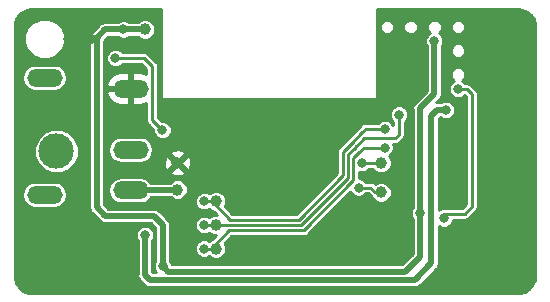
<source format=gbr>
G04 #@! TF.GenerationSoftware,KiCad,Pcbnew,5.0.1*
G04 #@! TF.CreationDate,2019-01-30T09:30:50+01:00*
G04 #@! TF.ProjectId,esp8266_rgb_strip_controller,657370383236365F736578795F737472,rev?*
G04 #@! TF.SameCoordinates,Original*
G04 #@! TF.FileFunction,Copper,L2,Bot,Signal*
G04 #@! TF.FilePolarity,Positive*
%FSLAX46Y46*%
G04 Gerber Fmt 4.6, Leading zero omitted, Abs format (unit mm)*
G04 Created by KiCad (PCBNEW 5.0.1) date Wed 30 Jan 2019 09:30:50 AM CET*
%MOMM*%
%LPD*%
G01*
G04 APERTURE LIST*
G04 #@! TA.AperFunction,ComponentPad*
%ADD10O,3.000000X1.500000*%
G04 #@! TD*
G04 #@! TA.AperFunction,ComponentPad*
%ADD11C,3.000000*%
G04 #@! TD*
G04 #@! TA.AperFunction,BGAPad,CuDef*
%ADD12C,1.000000*%
G04 #@! TD*
G04 #@! TA.AperFunction,ViaPad*
%ADD13C,0.800000*%
G04 #@! TD*
G04 #@! TA.AperFunction,Conductor*
%ADD14C,0.500000*%
G04 #@! TD*
G04 #@! TA.AperFunction,Conductor*
%ADD15C,0.250000*%
G04 #@! TD*
G04 APERTURE END LIST*
D10*
G04 #@! TO.P,J1,1*
G04 #@! TO.N,+12V*
X105300000Y-74800000D03*
G04 #@! TO.P,J1,2*
G04 #@! TO.N,GND*
X105300000Y-66200000D03*
G04 #@! TO.P,J1,3*
G04 #@! TO.N,N/C*
X105300000Y-71400000D03*
G04 #@! TO.P,J1,*
G04 #@! TO.N,*
X98000000Y-65300000D03*
X98000000Y-75200000D03*
D11*
X99000000Y-71500000D03*
G04 #@! TD*
D12*
G04 #@! TO.P,TP1,1*
G04 #@! TO.N,Net-(TP1-Pad1)*
X126500000Y-75000000D03*
G04 #@! TD*
G04 #@! TO.P,TP2,1*
G04 #@! TO.N,Net-(TP2-Pad1)*
X126500000Y-72500000D03*
G04 #@! TD*
G04 #@! TO.P,TP3,1*
G04 #@! TO.N,PWM1*
X112500000Y-77750000D03*
G04 #@! TD*
G04 #@! TO.P,TP4,1*
G04 #@! TO.N,PWM2*
X112500000Y-79750000D03*
G04 #@! TD*
G04 #@! TO.P,TP5,1*
G04 #@! TO.N,PWM0*
X112500000Y-75750000D03*
G04 #@! TD*
G04 #@! TO.P,TP6,1*
G04 #@! TO.N,+12V*
X109250000Y-74750000D03*
G04 #@! TD*
G04 #@! TO.P,TP7,1*
G04 #@! TO.N,+3V3*
X106500000Y-61200000D03*
G04 #@! TD*
G04 #@! TO.P,TP8,1*
G04 #@! TO.N,GND*
X109250000Y-72500000D03*
G04 #@! TD*
D13*
G04 #@! TO.N,+12V*
X106500000Y-78575000D03*
X132000000Y-68000000D03*
G04 #@! TO.N,GND*
X100000000Y-60000000D03*
X102000000Y-60000000D03*
X134000000Y-78500000D03*
X100000000Y-62000000D03*
X105300000Y-68100000D03*
X101000000Y-77500000D03*
X101000000Y-82500000D03*
X99000000Y-82500000D03*
X99000000Y-77500000D03*
X116000000Y-73500000D03*
X120000000Y-69500000D03*
X116000000Y-69500000D03*
X112000000Y-69500000D03*
X132000000Y-83000000D03*
X96000000Y-67000000D03*
X96000000Y-69000000D03*
X96000000Y-71000000D03*
X96000000Y-73000000D03*
X96000000Y-77000000D03*
X98000000Y-69000000D03*
X98000000Y-67000000D03*
X100000000Y-67000000D03*
X100000000Y-69000000D03*
X120000000Y-73500000D03*
X120000000Y-79500000D03*
X116000000Y-79500000D03*
X131750000Y-78500000D03*
X102000000Y-62000000D03*
X127987347Y-74487347D03*
G04 #@! TO.N,+3V3*
X108000000Y-81212500D03*
X129787500Y-76750000D03*
X131000000Y-62150000D03*
X104675000Y-61200000D03*
G04 #@! TO.N,PWM0*
X111500000Y-75750000D03*
X126800000Y-69600000D03*
G04 #@! TO.N,PWM2*
X111500000Y-79750000D03*
X126800000Y-71200000D03*
G04 #@! TO.N,PWM1*
X111500000Y-77750000D03*
X128000000Y-68400000D03*
G04 #@! TO.N,ADC*
X107975000Y-69737347D03*
X104000000Y-63600000D03*
G04 #@! TO.N,Net-(J4-Pad1)*
X133000000Y-66250000D03*
X131800000Y-77200000D03*
G04 #@! TO.N,Net-(TP1-Pad1)*
X124580858Y-74580858D03*
G04 #@! TO.N,Net-(TP2-Pad1)*
X124875020Y-72500000D03*
G04 #@! TD*
D14*
G04 #@! TO.N,+12V*
X109200000Y-74800000D02*
X109250000Y-74750000D01*
X105300000Y-74800000D02*
X109200000Y-74800000D01*
X106500000Y-78575000D02*
X106500000Y-82000000D01*
X106900020Y-82400020D02*
X129349980Y-82400020D01*
X106500000Y-82000000D02*
X106900020Y-82400020D01*
X129349980Y-82400020D02*
X130750000Y-81000000D01*
X130750000Y-68500000D02*
X131250000Y-68000000D01*
X130750000Y-81000000D02*
X130750000Y-68500000D01*
X131250000Y-68000000D02*
X132000000Y-68000000D01*
G04 #@! TO.N,+3V3*
X130949999Y-62200001D02*
X131000000Y-62150000D01*
X131000000Y-64000000D02*
X131000000Y-62150000D01*
X131000000Y-66658002D02*
X131000000Y-64000000D01*
X104675000Y-61200000D02*
X106500000Y-61200000D01*
X129787500Y-67870502D02*
X130750000Y-66908002D01*
X129787500Y-76750000D02*
X129787500Y-67870502D01*
X130400000Y-67258002D02*
X130750000Y-66908002D01*
X130750000Y-66908002D02*
X131000000Y-66658002D01*
X108487510Y-81700010D02*
X108000000Y-81212500D01*
X129787500Y-80462500D02*
X128549990Y-81700010D01*
X128549990Y-81700010D02*
X108487510Y-81700010D01*
X129787500Y-76750000D02*
X129787500Y-80462500D01*
X108000000Y-77750000D02*
X108000000Y-81212500D01*
X104675000Y-61200000D02*
X103100000Y-61200000D01*
X103100000Y-61200000D02*
X102400000Y-61900000D01*
X103150000Y-77000000D02*
X107250000Y-77000000D01*
X102400000Y-61900000D02*
X102400000Y-76250000D01*
X102400000Y-76250000D02*
X103150000Y-77000000D01*
X107250000Y-77000000D02*
X108000000Y-77750000D01*
D15*
G04 #@! TO.N,PWM0*
X113700000Y-77300000D02*
X119500000Y-77300000D01*
X124000000Y-70786388D02*
X124886388Y-69900000D01*
X112150000Y-75750000D02*
X113700000Y-77300000D01*
X111500000Y-75750000D02*
X112150000Y-75750000D01*
X119500000Y-77300000D02*
X123250000Y-73550000D01*
X123250000Y-73550000D02*
X123250000Y-71536388D01*
X123250000Y-71536388D02*
X124000000Y-70786388D01*
X125186388Y-69600000D02*
X124786388Y-70000000D01*
X126800000Y-69600000D02*
X125186388Y-69600000D01*
X124000000Y-70786388D02*
X124786388Y-70000000D01*
G04 #@! TO.N,PWM2*
X112065685Y-79750000D02*
X111500000Y-79750000D01*
X124150020Y-72099980D02*
X124150020Y-73986390D01*
X124150020Y-73986390D02*
X119936400Y-78200010D01*
X119936400Y-78200010D02*
X113615675Y-78200010D01*
X113615675Y-78200010D02*
X112065685Y-79750000D01*
X125050000Y-71200000D02*
X124650000Y-71600000D01*
X124850000Y-71400000D02*
X124650000Y-71600000D01*
X126800000Y-71200000D02*
X125050000Y-71200000D01*
X124650000Y-71600000D02*
X124150020Y-72099980D01*
G04 #@! TO.N,PWM1*
X111500000Y-77750000D02*
X119750000Y-77750000D01*
X119750000Y-77750000D02*
X123700010Y-73799990D01*
X123700010Y-73799990D02*
X123700010Y-72000000D01*
X123700010Y-72000000D02*
X123700010Y-71799990D01*
X123700010Y-71734305D02*
X123700010Y-72000000D01*
X128000000Y-68400000D02*
X128000000Y-70100000D01*
X127700000Y-70400000D02*
X126800000Y-70400000D01*
X128000000Y-70100000D02*
X127700000Y-70400000D01*
X125078596Y-70400000D02*
X124200000Y-71278596D01*
X126800000Y-70400000D02*
X125078596Y-70400000D01*
X124395950Y-71100000D02*
X124200000Y-71278596D01*
X124200000Y-71278596D02*
X123700010Y-71734305D01*
G04 #@! TO.N,ADC*
X107975000Y-69737347D02*
X107125010Y-68887357D01*
X107125010Y-64325010D02*
X106400000Y-63600000D01*
X107125010Y-68887357D02*
X107125010Y-64325010D01*
X104000000Y-63600000D02*
X106400000Y-63600000D01*
G04 #@! TO.N,Net-(J4-Pad1)*
X133750000Y-66250000D02*
X133250000Y-66250000D01*
X134175001Y-73824999D02*
X134175001Y-73500000D01*
X133000000Y-66250000D02*
X133750000Y-66250000D01*
X134000000Y-66500000D02*
X133750000Y-66250000D01*
X134175001Y-66675001D02*
X134000000Y-66500000D01*
X134175001Y-73500000D02*
X134175001Y-66675001D01*
X131800000Y-77200000D02*
X131795001Y-76795001D01*
X131795001Y-76795001D02*
X133564001Y-76795001D01*
X134175001Y-76184001D02*
X134175001Y-76000000D01*
X134175001Y-76000000D02*
X134175001Y-73500000D01*
X133564001Y-76795001D02*
X134175001Y-76184001D01*
G04 #@! TO.N,Net-(TP1-Pad1)*
X125580858Y-74580858D02*
X126000000Y-75000000D01*
X124580858Y-74580858D02*
X125580858Y-74580858D01*
G04 #@! TO.N,Net-(TP2-Pad1)*
X124875020Y-72500000D02*
X126000000Y-72500000D01*
G04 #@! TD*
G04 #@! TO.N,GND*
G36*
X96953221Y-59475000D02*
X107875000Y-59475000D01*
X107875000Y-67000000D01*
X107884515Y-67047835D01*
X107911612Y-67088388D01*
X107952165Y-67115485D01*
X108000000Y-67125000D01*
X126000000Y-67125000D01*
X126047835Y-67115485D01*
X126088388Y-67088388D01*
X126115485Y-67047835D01*
X126125000Y-67000000D01*
X126125000Y-60875680D01*
X126375000Y-60875680D01*
X126375000Y-61124320D01*
X126470151Y-61354034D01*
X126645966Y-61529849D01*
X126875680Y-61625000D01*
X127124320Y-61625000D01*
X127354034Y-61529849D01*
X127529849Y-61354034D01*
X127625000Y-61124320D01*
X127625000Y-60875680D01*
X128375000Y-60875680D01*
X128375000Y-61124320D01*
X128470151Y-61354034D01*
X128645966Y-61529849D01*
X128875680Y-61625000D01*
X129124320Y-61625000D01*
X129354034Y-61529849D01*
X129529849Y-61354034D01*
X129625000Y-61124320D01*
X129625000Y-60875680D01*
X129529849Y-60645966D01*
X129354034Y-60470151D01*
X129124320Y-60375000D01*
X128875680Y-60375000D01*
X128645966Y-60470151D01*
X128470151Y-60645966D01*
X128375000Y-60875680D01*
X127625000Y-60875680D01*
X127529849Y-60645966D01*
X127354034Y-60470151D01*
X127124320Y-60375000D01*
X126875680Y-60375000D01*
X126645966Y-60470151D01*
X126470151Y-60645966D01*
X126375000Y-60875680D01*
X126125000Y-60875680D01*
X126125000Y-59475000D01*
X138046779Y-59475000D01*
X138086851Y-59467029D01*
X138433745Y-59516708D01*
X138832621Y-59698066D01*
X139164564Y-59984087D01*
X139402887Y-60351776D01*
X139532892Y-60786480D01*
X139539766Y-60878988D01*
X139525000Y-60953222D01*
X139525001Y-82046779D01*
X139532971Y-82086848D01*
X139483292Y-82433746D01*
X139301935Y-82832620D01*
X139015912Y-83164565D01*
X138648228Y-83402886D01*
X138213520Y-83532892D01*
X138121012Y-83539766D01*
X138046779Y-83525000D01*
X96953221Y-83525000D01*
X96913149Y-83532971D01*
X96566254Y-83483292D01*
X96167380Y-83301935D01*
X95835435Y-83015912D01*
X95597114Y-82648228D01*
X95467108Y-82213520D01*
X95460234Y-82121012D01*
X95475000Y-82046779D01*
X95475000Y-75200000D01*
X96102960Y-75200000D01*
X96190273Y-75638953D01*
X96438920Y-76011080D01*
X96811047Y-76259727D01*
X97139197Y-76325000D01*
X98860803Y-76325000D01*
X99188953Y-76259727D01*
X99561080Y-76011080D01*
X99809727Y-75638953D01*
X99897040Y-75200000D01*
X99809727Y-74761047D01*
X99561080Y-74388920D01*
X99188953Y-74140273D01*
X98860803Y-74075000D01*
X97139197Y-74075000D01*
X96811047Y-74140273D01*
X96438920Y-74388920D01*
X96190273Y-74761047D01*
X96102960Y-75200000D01*
X95475000Y-75200000D01*
X95475000Y-71127039D01*
X97125000Y-71127039D01*
X97125000Y-71872961D01*
X97410452Y-72562102D01*
X97937898Y-73089548D01*
X98627039Y-73375000D01*
X99372961Y-73375000D01*
X100062102Y-73089548D01*
X100589548Y-72562102D01*
X100875000Y-71872961D01*
X100875000Y-71127039D01*
X100589548Y-70437898D01*
X100062102Y-69910452D01*
X99372961Y-69625000D01*
X98627039Y-69625000D01*
X97937898Y-69910452D01*
X97410452Y-70437898D01*
X97125000Y-71127039D01*
X95475000Y-71127039D01*
X95475000Y-65300000D01*
X96102960Y-65300000D01*
X96190273Y-65738953D01*
X96438920Y-66111080D01*
X96811047Y-66359727D01*
X97139197Y-66425000D01*
X98860803Y-66425000D01*
X99188953Y-66359727D01*
X99561080Y-66111080D01*
X99809727Y-65738953D01*
X99897040Y-65300000D01*
X99809727Y-64861047D01*
X99561080Y-64488920D01*
X99188953Y-64240273D01*
X98860803Y-64175000D01*
X97139197Y-64175000D01*
X96811047Y-64240273D01*
X96438920Y-64488920D01*
X96190273Y-64861047D01*
X96102960Y-65300000D01*
X95475000Y-65300000D01*
X95475000Y-61656876D01*
X96275000Y-61656876D01*
X96275000Y-62343124D01*
X96537615Y-62977134D01*
X97022866Y-63462385D01*
X97656876Y-63725000D01*
X98343124Y-63725000D01*
X98977134Y-63462385D01*
X99462385Y-62977134D01*
X99725000Y-62343124D01*
X99725000Y-61900000D01*
X101762756Y-61900000D01*
X101775000Y-61961555D01*
X101775001Y-76188440D01*
X101762756Y-76250000D01*
X101811263Y-76493862D01*
X101811264Y-76493863D01*
X101949401Y-76700600D01*
X102001588Y-76735470D01*
X102664529Y-77398412D01*
X102699400Y-77450600D01*
X102906137Y-77588737D01*
X103088445Y-77625000D01*
X103149999Y-77637244D01*
X103211553Y-77625000D01*
X106991118Y-77625000D01*
X107375000Y-78008883D01*
X107375001Y-80741484D01*
X107342987Y-80773498D01*
X107225000Y-81058343D01*
X107225000Y-81366657D01*
X107342987Y-81651502D01*
X107466505Y-81775020D01*
X107158903Y-81775020D01*
X107125000Y-81741118D01*
X107125000Y-79046015D01*
X107157013Y-79014002D01*
X107275000Y-78729157D01*
X107275000Y-78420843D01*
X107157013Y-78135998D01*
X106939002Y-77917987D01*
X106654157Y-77800000D01*
X106345843Y-77800000D01*
X106060998Y-77917987D01*
X105842987Y-78135998D01*
X105725000Y-78420843D01*
X105725000Y-78729157D01*
X105842987Y-79014002D01*
X105875000Y-79046015D01*
X105875001Y-81938440D01*
X105862756Y-82000000D01*
X105911263Y-82243862D01*
X105927229Y-82267756D01*
X106049401Y-82450600D01*
X106101588Y-82485470D01*
X106414549Y-82798432D01*
X106449420Y-82850620D01*
X106633841Y-82973846D01*
X106656157Y-82988757D01*
X106900020Y-83037264D01*
X106961575Y-83025020D01*
X129288425Y-83025020D01*
X129349980Y-83037264D01*
X129411535Y-83025020D01*
X129593843Y-82988757D01*
X129800580Y-82850620D01*
X129835452Y-82798430D01*
X131148413Y-81485470D01*
X131200600Y-81450600D01*
X131338737Y-81243863D01*
X131375000Y-81061555D01*
X131375000Y-81061554D01*
X131387244Y-81000001D01*
X131375000Y-80938447D01*
X131375000Y-77862813D01*
X131645843Y-77975000D01*
X131954157Y-77975000D01*
X132239002Y-77857013D01*
X132457013Y-77639002D01*
X132575000Y-77354157D01*
X132575000Y-77295001D01*
X133514760Y-77295001D01*
X133564001Y-77304796D01*
X133613242Y-77295001D01*
X133613244Y-77295001D01*
X133759091Y-77265990D01*
X133924481Y-77155481D01*
X133952377Y-77113731D01*
X134493734Y-76572375D01*
X134535481Y-76544481D01*
X134645990Y-76379091D01*
X134675001Y-76233244D01*
X134675001Y-76233243D01*
X134684796Y-76184002D01*
X134675001Y-76134761D01*
X134675001Y-66724244D01*
X134684796Y-66675001D01*
X134671962Y-66610480D01*
X134645990Y-66479911D01*
X134535481Y-66314521D01*
X134493730Y-66286624D01*
X134138377Y-65931271D01*
X134110480Y-65889520D01*
X133945090Y-65779011D01*
X133799243Y-65750000D01*
X133799241Y-65750000D01*
X133750000Y-65740205D01*
X133700759Y-65750000D01*
X133596015Y-65750000D01*
X133439002Y-65592987D01*
X133320304Y-65543821D01*
X133354034Y-65529849D01*
X133529849Y-65354034D01*
X133625000Y-65124320D01*
X133625000Y-64875680D01*
X133529849Y-64645966D01*
X133354034Y-64470151D01*
X133124320Y-64375000D01*
X132875680Y-64375000D01*
X132645966Y-64470151D01*
X132470151Y-64645966D01*
X132375000Y-64875680D01*
X132375000Y-65124320D01*
X132470151Y-65354034D01*
X132645966Y-65529849D01*
X132679696Y-65543821D01*
X132560998Y-65592987D01*
X132342987Y-65810998D01*
X132225000Y-66095843D01*
X132225000Y-66404157D01*
X132342987Y-66689002D01*
X132560998Y-66907013D01*
X132845843Y-67025000D01*
X133154157Y-67025000D01*
X133439002Y-66907013D01*
X133569455Y-66776561D01*
X133675002Y-66882108D01*
X133675001Y-73450757D01*
X133675001Y-73874241D01*
X133675002Y-73874245D01*
X133675001Y-75950757D01*
X133675001Y-75976894D01*
X133356895Y-76295001D01*
X131841128Y-76295001D01*
X131788709Y-76285245D01*
X131694453Y-76305206D01*
X131599911Y-76324012D01*
X131597246Y-76325792D01*
X131594113Y-76326456D01*
X131514688Y-76380956D01*
X131434521Y-76434521D01*
X131432740Y-76437187D01*
X131430100Y-76438998D01*
X131377588Y-76519728D01*
X131375000Y-76523601D01*
X131375000Y-68758882D01*
X131508883Y-68625000D01*
X131528985Y-68625000D01*
X131560998Y-68657013D01*
X131845843Y-68775000D01*
X132154157Y-68775000D01*
X132439002Y-68657013D01*
X132657013Y-68439002D01*
X132775000Y-68154157D01*
X132775000Y-67845843D01*
X132657013Y-67560998D01*
X132439002Y-67342987D01*
X132154157Y-67225000D01*
X131845843Y-67225000D01*
X131560998Y-67342987D01*
X131528985Y-67375000D01*
X131311555Y-67375000D01*
X131250000Y-67362756D01*
X131188445Y-67375000D01*
X131161533Y-67380353D01*
X131235468Y-67306418D01*
X131235472Y-67306413D01*
X131398412Y-67143473D01*
X131450600Y-67108602D01*
X131588737Y-66901865D01*
X131625000Y-66719557D01*
X131625000Y-66719556D01*
X131637244Y-66658003D01*
X131625000Y-66596449D01*
X131625000Y-62875680D01*
X132375000Y-62875680D01*
X132375000Y-63124320D01*
X132470151Y-63354034D01*
X132645966Y-63529849D01*
X132875680Y-63625000D01*
X133124320Y-63625000D01*
X133354034Y-63529849D01*
X133529849Y-63354034D01*
X133625000Y-63124320D01*
X133625000Y-62875680D01*
X133529849Y-62645966D01*
X133354034Y-62470151D01*
X133124320Y-62375000D01*
X132875680Y-62375000D01*
X132645966Y-62470151D01*
X132470151Y-62645966D01*
X132375000Y-62875680D01*
X131625000Y-62875680D01*
X131625000Y-62621015D01*
X131657013Y-62589002D01*
X131775000Y-62304157D01*
X131775000Y-61995843D01*
X131657013Y-61710998D01*
X131439002Y-61492987D01*
X131404986Y-61478897D01*
X131529849Y-61354034D01*
X131625000Y-61124320D01*
X131625000Y-60875680D01*
X132375000Y-60875680D01*
X132375000Y-61124320D01*
X132470151Y-61354034D01*
X132645966Y-61529849D01*
X132875680Y-61625000D01*
X133124320Y-61625000D01*
X133354034Y-61529849D01*
X133529849Y-61354034D01*
X133625000Y-61124320D01*
X133625000Y-60875680D01*
X133529849Y-60645966D01*
X133354034Y-60470151D01*
X133124320Y-60375000D01*
X132875680Y-60375000D01*
X132645966Y-60470151D01*
X132470151Y-60645966D01*
X132375000Y-60875680D01*
X131625000Y-60875680D01*
X131529849Y-60645966D01*
X131354034Y-60470151D01*
X131124320Y-60375000D01*
X130875680Y-60375000D01*
X130645966Y-60470151D01*
X130470151Y-60645966D01*
X130375000Y-60875680D01*
X130375000Y-61124320D01*
X130470151Y-61354034D01*
X130595014Y-61478897D01*
X130560998Y-61492987D01*
X130342987Y-61710998D01*
X130225000Y-61995843D01*
X130225000Y-62304157D01*
X130342987Y-62589002D01*
X130375001Y-62621016D01*
X130375000Y-64061554D01*
X130375001Y-64061559D01*
X130375000Y-66399120D01*
X130351589Y-66422530D01*
X130351584Y-66422534D01*
X129389088Y-67385032D01*
X129336901Y-67419902D01*
X129250373Y-67549401D01*
X129198763Y-67626640D01*
X129150256Y-67870502D01*
X129162501Y-67932062D01*
X129162500Y-76278985D01*
X129130487Y-76310998D01*
X129012500Y-76595843D01*
X129012500Y-76904157D01*
X129130487Y-77189002D01*
X129162500Y-77221015D01*
X129162501Y-80203615D01*
X128291108Y-81075010D01*
X108775000Y-81075010D01*
X108775000Y-81058343D01*
X108657013Y-80773498D01*
X108625000Y-80741485D01*
X108625000Y-77811553D01*
X108637244Y-77749999D01*
X108624986Y-77688373D01*
X108588737Y-77506137D01*
X108450600Y-77299400D01*
X108398413Y-77264530D01*
X107735472Y-76601590D01*
X107700600Y-76549400D01*
X107493863Y-76411263D01*
X107311555Y-76375000D01*
X107250000Y-76362756D01*
X107188445Y-76375000D01*
X103408883Y-76375000D01*
X103025000Y-75991118D01*
X103025000Y-74800000D01*
X103402960Y-74800000D01*
X103490273Y-75238953D01*
X103738920Y-75611080D01*
X104111047Y-75859727D01*
X104439197Y-75925000D01*
X106160803Y-75925000D01*
X106488953Y-75859727D01*
X106861080Y-75611080D01*
X106985415Y-75425000D01*
X108687563Y-75425000D01*
X108754352Y-75491789D01*
X109075952Y-75625000D01*
X109424048Y-75625000D01*
X109494439Y-75595843D01*
X110725000Y-75595843D01*
X110725000Y-75904157D01*
X110842987Y-76189002D01*
X111060998Y-76407013D01*
X111345843Y-76525000D01*
X111654157Y-76525000D01*
X111925266Y-76412703D01*
X112004352Y-76491789D01*
X112312196Y-76619302D01*
X112567894Y-76875000D01*
X112325952Y-76875000D01*
X112004352Y-77008211D01*
X111925266Y-77087297D01*
X111654157Y-76975000D01*
X111345843Y-76975000D01*
X111060998Y-77092987D01*
X110842987Y-77310998D01*
X110725000Y-77595843D01*
X110725000Y-77904157D01*
X110842987Y-78189002D01*
X111060998Y-78407013D01*
X111345843Y-78525000D01*
X111654157Y-78525000D01*
X111925266Y-78412703D01*
X112004352Y-78491789D01*
X112325952Y-78625000D01*
X112483579Y-78625000D01*
X112168261Y-78940318D01*
X112004352Y-79008211D01*
X111925266Y-79087297D01*
X111654157Y-78975000D01*
X111345843Y-78975000D01*
X111060998Y-79092987D01*
X110842987Y-79310998D01*
X110725000Y-79595843D01*
X110725000Y-79904157D01*
X110842987Y-80189002D01*
X111060998Y-80407013D01*
X111345843Y-80525000D01*
X111654157Y-80525000D01*
X111925266Y-80412703D01*
X112004352Y-80491789D01*
X112325952Y-80625000D01*
X112674048Y-80625000D01*
X112995648Y-80491789D01*
X113241789Y-80245648D01*
X113375000Y-79924048D01*
X113375000Y-79575952D01*
X113249595Y-79273197D01*
X113822782Y-78700010D01*
X119887159Y-78700010D01*
X119936400Y-78709805D01*
X119985641Y-78700010D01*
X119985643Y-78700010D01*
X120131490Y-78670999D01*
X120296880Y-78560490D01*
X120324777Y-78518739D01*
X123894501Y-74949016D01*
X123923845Y-75019860D01*
X124141856Y-75237871D01*
X124426701Y-75355858D01*
X124735015Y-75355858D01*
X125019860Y-75237871D01*
X125176873Y-75080858D01*
X125373752Y-75080858D01*
X125681266Y-75388373D01*
X125726217Y-75418408D01*
X125758211Y-75495648D01*
X126004352Y-75741789D01*
X126325952Y-75875000D01*
X126674048Y-75875000D01*
X126995648Y-75741789D01*
X127241789Y-75495648D01*
X127375000Y-75174048D01*
X127375000Y-74825952D01*
X127241789Y-74504352D01*
X126995648Y-74258211D01*
X126674048Y-74125000D01*
X126325952Y-74125000D01*
X126004352Y-74258211D01*
X125984835Y-74277728D01*
X125969234Y-74262128D01*
X125941338Y-74220378D01*
X125775948Y-74109869D01*
X125630101Y-74080858D01*
X125630099Y-74080858D01*
X125580858Y-74071063D01*
X125531617Y-74080858D01*
X125176873Y-74080858D01*
X125019860Y-73923845D01*
X124735015Y-73805858D01*
X124650020Y-73805858D01*
X124650020Y-73245656D01*
X124720863Y-73275000D01*
X125029177Y-73275000D01*
X125314022Y-73157013D01*
X125471035Y-73000000D01*
X125762563Y-73000000D01*
X126004352Y-73241789D01*
X126325952Y-73375000D01*
X126674048Y-73375000D01*
X126995648Y-73241789D01*
X127241789Y-72995648D01*
X127375000Y-72674048D01*
X127375000Y-72325952D01*
X127241789Y-72004352D01*
X127136788Y-71899351D01*
X127239002Y-71857013D01*
X127457013Y-71639002D01*
X127575000Y-71354157D01*
X127575000Y-71045843D01*
X127514590Y-70900000D01*
X127650759Y-70900000D01*
X127700000Y-70909795D01*
X127749241Y-70900000D01*
X127749243Y-70900000D01*
X127895090Y-70870989D01*
X128060480Y-70760480D01*
X128088377Y-70718729D01*
X128318729Y-70488377D01*
X128360480Y-70460480D01*
X128470989Y-70295090D01*
X128500000Y-70149243D01*
X128500000Y-70149242D01*
X128509795Y-70100001D01*
X128500000Y-70050759D01*
X128500000Y-68996015D01*
X128657013Y-68839002D01*
X128775000Y-68554157D01*
X128775000Y-68245843D01*
X128657013Y-67960998D01*
X128439002Y-67742987D01*
X128154157Y-67625000D01*
X127845843Y-67625000D01*
X127560998Y-67742987D01*
X127342987Y-67960998D01*
X127225000Y-68245843D01*
X127225000Y-68554157D01*
X127342987Y-68839002D01*
X127500000Y-68996015D01*
X127500001Y-69264779D01*
X127457013Y-69160998D01*
X127239002Y-68942987D01*
X126954157Y-68825000D01*
X126645843Y-68825000D01*
X126360998Y-68942987D01*
X126203985Y-69100000D01*
X125235628Y-69100000D01*
X125186387Y-69090205D01*
X125137146Y-69100000D01*
X125137145Y-69100000D01*
X124991298Y-69129011D01*
X124825908Y-69239520D01*
X124798013Y-69281268D01*
X124567656Y-69511626D01*
X124567654Y-69511627D01*
X124467654Y-69611627D01*
X124008293Y-70070989D01*
X123681269Y-70398013D01*
X123681266Y-70398015D01*
X122931268Y-71148014D01*
X122889521Y-71175908D01*
X122820908Y-71278596D01*
X122779012Y-71341298D01*
X122740205Y-71536388D01*
X122750001Y-71585634D01*
X122750000Y-73342893D01*
X119292894Y-76800000D01*
X113907107Y-76800000D01*
X113274290Y-76167184D01*
X113375000Y-75924048D01*
X113375000Y-75575952D01*
X113241789Y-75254352D01*
X112995648Y-75008211D01*
X112674048Y-74875000D01*
X112325952Y-74875000D01*
X112004352Y-75008211D01*
X111925266Y-75087297D01*
X111654157Y-74975000D01*
X111345843Y-74975000D01*
X111060998Y-75092987D01*
X110842987Y-75310998D01*
X110725000Y-75595843D01*
X109494439Y-75595843D01*
X109745648Y-75491789D01*
X109991789Y-75245648D01*
X110125000Y-74924048D01*
X110125000Y-74575952D01*
X109991789Y-74254352D01*
X109745648Y-74008211D01*
X109424048Y-73875000D01*
X109075952Y-73875000D01*
X108754352Y-74008211D01*
X108587563Y-74175000D01*
X106985415Y-74175000D01*
X106861080Y-73988920D01*
X106488953Y-73740273D01*
X106160803Y-73675000D01*
X104439197Y-73675000D01*
X104111047Y-73740273D01*
X103738920Y-73988920D01*
X103490273Y-74361047D01*
X103402960Y-74800000D01*
X103025000Y-74800000D01*
X103025000Y-73290238D01*
X108642195Y-73290238D01*
X108679602Y-73504553D01*
X109107447Y-73646368D01*
X109556994Y-73613659D01*
X109820398Y-73504553D01*
X109857805Y-73290238D01*
X109250000Y-72682434D01*
X108642195Y-73290238D01*
X103025000Y-73290238D01*
X103025000Y-71400000D01*
X103402960Y-71400000D01*
X103490273Y-71838953D01*
X103738920Y-72211080D01*
X104111047Y-72459727D01*
X104439197Y-72525000D01*
X106160803Y-72525000D01*
X106488953Y-72459727D01*
X106642026Y-72357447D01*
X108103632Y-72357447D01*
X108136341Y-72806994D01*
X108245447Y-73070398D01*
X108459762Y-73107805D01*
X109067566Y-72500000D01*
X109432434Y-72500000D01*
X110040238Y-73107805D01*
X110254553Y-73070398D01*
X110396368Y-72642553D01*
X110363659Y-72193006D01*
X110254553Y-71929602D01*
X110040238Y-71892195D01*
X109432434Y-72500000D01*
X109067566Y-72500000D01*
X108459762Y-71892195D01*
X108245447Y-71929602D01*
X108103632Y-72357447D01*
X106642026Y-72357447D01*
X106861080Y-72211080D01*
X107109727Y-71838953D01*
X107135424Y-71709762D01*
X108642195Y-71709762D01*
X109250000Y-72317566D01*
X109857805Y-71709762D01*
X109820398Y-71495447D01*
X109392553Y-71353632D01*
X108943006Y-71386341D01*
X108679602Y-71495447D01*
X108642195Y-71709762D01*
X107135424Y-71709762D01*
X107197040Y-71400000D01*
X107109727Y-70961047D01*
X106861080Y-70588920D01*
X106488953Y-70340273D01*
X106160803Y-70275000D01*
X104439197Y-70275000D01*
X104111047Y-70340273D01*
X103738920Y-70588920D01*
X103490273Y-70961047D01*
X103402960Y-71400000D01*
X103025000Y-71400000D01*
X103025000Y-66542818D01*
X103210162Y-66542818D01*
X103222908Y-66610071D01*
X103480854Y-67086712D01*
X103901568Y-67428359D01*
X104421000Y-67583000D01*
X105171000Y-67583000D01*
X105171000Y-66329000D01*
X103332063Y-66329000D01*
X103210162Y-66542818D01*
X103025000Y-66542818D01*
X103025000Y-65857182D01*
X103210162Y-65857182D01*
X103332063Y-66071000D01*
X105171000Y-66071000D01*
X105171000Y-64817000D01*
X104421000Y-64817000D01*
X103901568Y-64971641D01*
X103480854Y-65313288D01*
X103222908Y-65789929D01*
X103210162Y-65857182D01*
X103025000Y-65857182D01*
X103025000Y-63445843D01*
X103225000Y-63445843D01*
X103225000Y-63754157D01*
X103342987Y-64039002D01*
X103560998Y-64257013D01*
X103845843Y-64375000D01*
X104154157Y-64375000D01*
X104439002Y-64257013D01*
X104596015Y-64100000D01*
X106192894Y-64100000D01*
X106625011Y-64532118D01*
X106625011Y-64949783D01*
X106179000Y-64817000D01*
X105429000Y-64817000D01*
X105429000Y-66071000D01*
X105449000Y-66071000D01*
X105449000Y-66329000D01*
X105429000Y-66329000D01*
X105429000Y-67583000D01*
X106179000Y-67583000D01*
X106625010Y-67450217D01*
X106625010Y-68838116D01*
X106615215Y-68887357D01*
X106625010Y-68936598D01*
X106625010Y-68936599D01*
X106654021Y-69082446D01*
X106764530Y-69247837D01*
X106806280Y-69275733D01*
X107200000Y-69669454D01*
X107200000Y-69891504D01*
X107317987Y-70176349D01*
X107535998Y-70394360D01*
X107820843Y-70512347D01*
X108129157Y-70512347D01*
X108414002Y-70394360D01*
X108632013Y-70176349D01*
X108750000Y-69891504D01*
X108750000Y-69583190D01*
X108632013Y-69298345D01*
X108414002Y-69080334D01*
X108129157Y-68962347D01*
X107907107Y-68962347D01*
X107625010Y-68680251D01*
X107625010Y-64374251D01*
X107634805Y-64325010D01*
X107625010Y-64275767D01*
X107595999Y-64129920D01*
X107485490Y-63964530D01*
X107443742Y-63936635D01*
X106788376Y-63281270D01*
X106760480Y-63239520D01*
X106595090Y-63129011D01*
X106449243Y-63100000D01*
X106449241Y-63100000D01*
X106400000Y-63090205D01*
X106350759Y-63100000D01*
X104596015Y-63100000D01*
X104439002Y-62942987D01*
X104154157Y-62825000D01*
X103845843Y-62825000D01*
X103560998Y-62942987D01*
X103342987Y-63160998D01*
X103225000Y-63445843D01*
X103025000Y-63445843D01*
X103025000Y-62158883D01*
X103358883Y-61825000D01*
X104203985Y-61825000D01*
X104235998Y-61857013D01*
X104520843Y-61975000D01*
X104829157Y-61975000D01*
X105114002Y-61857013D01*
X105146015Y-61825000D01*
X105887563Y-61825000D01*
X106004352Y-61941789D01*
X106325952Y-62075000D01*
X106674048Y-62075000D01*
X106995648Y-61941789D01*
X107241789Y-61695648D01*
X107375000Y-61374048D01*
X107375000Y-61025952D01*
X107241789Y-60704352D01*
X106995648Y-60458211D01*
X106674048Y-60325000D01*
X106325952Y-60325000D01*
X106004352Y-60458211D01*
X105887563Y-60575000D01*
X105146015Y-60575000D01*
X105114002Y-60542987D01*
X104829157Y-60425000D01*
X104520843Y-60425000D01*
X104235998Y-60542987D01*
X104203985Y-60575000D01*
X103161553Y-60575000D01*
X103099999Y-60562756D01*
X103038445Y-60575000D01*
X102856137Y-60611263D01*
X102649400Y-60749400D01*
X102614531Y-60801585D01*
X102001590Y-61414528D01*
X101949400Y-61449400D01*
X101849831Y-61598417D01*
X101811263Y-61656138D01*
X101762756Y-61900000D01*
X99725000Y-61900000D01*
X99725000Y-61656876D01*
X99462385Y-61022866D01*
X98977134Y-60537615D01*
X98343124Y-60275000D01*
X97656876Y-60275000D01*
X97022866Y-60537615D01*
X96537615Y-61022866D01*
X96275000Y-61656876D01*
X95475000Y-61656876D01*
X95475000Y-60953221D01*
X95467029Y-60913149D01*
X95516708Y-60566255D01*
X95698066Y-60167379D01*
X95984087Y-59835436D01*
X96351776Y-59597113D01*
X96786480Y-59467108D01*
X96878988Y-59460234D01*
X96953221Y-59475000D01*
X96953221Y-59475000D01*
G37*
X96953221Y-59475000D02*
X107875000Y-59475000D01*
X107875000Y-67000000D01*
X107884515Y-67047835D01*
X107911612Y-67088388D01*
X107952165Y-67115485D01*
X108000000Y-67125000D01*
X126000000Y-67125000D01*
X126047835Y-67115485D01*
X126088388Y-67088388D01*
X126115485Y-67047835D01*
X126125000Y-67000000D01*
X126125000Y-60875680D01*
X126375000Y-60875680D01*
X126375000Y-61124320D01*
X126470151Y-61354034D01*
X126645966Y-61529849D01*
X126875680Y-61625000D01*
X127124320Y-61625000D01*
X127354034Y-61529849D01*
X127529849Y-61354034D01*
X127625000Y-61124320D01*
X127625000Y-60875680D01*
X128375000Y-60875680D01*
X128375000Y-61124320D01*
X128470151Y-61354034D01*
X128645966Y-61529849D01*
X128875680Y-61625000D01*
X129124320Y-61625000D01*
X129354034Y-61529849D01*
X129529849Y-61354034D01*
X129625000Y-61124320D01*
X129625000Y-60875680D01*
X129529849Y-60645966D01*
X129354034Y-60470151D01*
X129124320Y-60375000D01*
X128875680Y-60375000D01*
X128645966Y-60470151D01*
X128470151Y-60645966D01*
X128375000Y-60875680D01*
X127625000Y-60875680D01*
X127529849Y-60645966D01*
X127354034Y-60470151D01*
X127124320Y-60375000D01*
X126875680Y-60375000D01*
X126645966Y-60470151D01*
X126470151Y-60645966D01*
X126375000Y-60875680D01*
X126125000Y-60875680D01*
X126125000Y-59475000D01*
X138046779Y-59475000D01*
X138086851Y-59467029D01*
X138433745Y-59516708D01*
X138832621Y-59698066D01*
X139164564Y-59984087D01*
X139402887Y-60351776D01*
X139532892Y-60786480D01*
X139539766Y-60878988D01*
X139525000Y-60953222D01*
X139525001Y-82046779D01*
X139532971Y-82086848D01*
X139483292Y-82433746D01*
X139301935Y-82832620D01*
X139015912Y-83164565D01*
X138648228Y-83402886D01*
X138213520Y-83532892D01*
X138121012Y-83539766D01*
X138046779Y-83525000D01*
X96953221Y-83525000D01*
X96913149Y-83532971D01*
X96566254Y-83483292D01*
X96167380Y-83301935D01*
X95835435Y-83015912D01*
X95597114Y-82648228D01*
X95467108Y-82213520D01*
X95460234Y-82121012D01*
X95475000Y-82046779D01*
X95475000Y-75200000D01*
X96102960Y-75200000D01*
X96190273Y-75638953D01*
X96438920Y-76011080D01*
X96811047Y-76259727D01*
X97139197Y-76325000D01*
X98860803Y-76325000D01*
X99188953Y-76259727D01*
X99561080Y-76011080D01*
X99809727Y-75638953D01*
X99897040Y-75200000D01*
X99809727Y-74761047D01*
X99561080Y-74388920D01*
X99188953Y-74140273D01*
X98860803Y-74075000D01*
X97139197Y-74075000D01*
X96811047Y-74140273D01*
X96438920Y-74388920D01*
X96190273Y-74761047D01*
X96102960Y-75200000D01*
X95475000Y-75200000D01*
X95475000Y-71127039D01*
X97125000Y-71127039D01*
X97125000Y-71872961D01*
X97410452Y-72562102D01*
X97937898Y-73089548D01*
X98627039Y-73375000D01*
X99372961Y-73375000D01*
X100062102Y-73089548D01*
X100589548Y-72562102D01*
X100875000Y-71872961D01*
X100875000Y-71127039D01*
X100589548Y-70437898D01*
X100062102Y-69910452D01*
X99372961Y-69625000D01*
X98627039Y-69625000D01*
X97937898Y-69910452D01*
X97410452Y-70437898D01*
X97125000Y-71127039D01*
X95475000Y-71127039D01*
X95475000Y-65300000D01*
X96102960Y-65300000D01*
X96190273Y-65738953D01*
X96438920Y-66111080D01*
X96811047Y-66359727D01*
X97139197Y-66425000D01*
X98860803Y-66425000D01*
X99188953Y-66359727D01*
X99561080Y-66111080D01*
X99809727Y-65738953D01*
X99897040Y-65300000D01*
X99809727Y-64861047D01*
X99561080Y-64488920D01*
X99188953Y-64240273D01*
X98860803Y-64175000D01*
X97139197Y-64175000D01*
X96811047Y-64240273D01*
X96438920Y-64488920D01*
X96190273Y-64861047D01*
X96102960Y-65300000D01*
X95475000Y-65300000D01*
X95475000Y-61656876D01*
X96275000Y-61656876D01*
X96275000Y-62343124D01*
X96537615Y-62977134D01*
X97022866Y-63462385D01*
X97656876Y-63725000D01*
X98343124Y-63725000D01*
X98977134Y-63462385D01*
X99462385Y-62977134D01*
X99725000Y-62343124D01*
X99725000Y-61900000D01*
X101762756Y-61900000D01*
X101775000Y-61961555D01*
X101775001Y-76188440D01*
X101762756Y-76250000D01*
X101811263Y-76493862D01*
X101811264Y-76493863D01*
X101949401Y-76700600D01*
X102001588Y-76735470D01*
X102664529Y-77398412D01*
X102699400Y-77450600D01*
X102906137Y-77588737D01*
X103088445Y-77625000D01*
X103149999Y-77637244D01*
X103211553Y-77625000D01*
X106991118Y-77625000D01*
X107375000Y-78008883D01*
X107375001Y-80741484D01*
X107342987Y-80773498D01*
X107225000Y-81058343D01*
X107225000Y-81366657D01*
X107342987Y-81651502D01*
X107466505Y-81775020D01*
X107158903Y-81775020D01*
X107125000Y-81741118D01*
X107125000Y-79046015D01*
X107157013Y-79014002D01*
X107275000Y-78729157D01*
X107275000Y-78420843D01*
X107157013Y-78135998D01*
X106939002Y-77917987D01*
X106654157Y-77800000D01*
X106345843Y-77800000D01*
X106060998Y-77917987D01*
X105842987Y-78135998D01*
X105725000Y-78420843D01*
X105725000Y-78729157D01*
X105842987Y-79014002D01*
X105875000Y-79046015D01*
X105875001Y-81938440D01*
X105862756Y-82000000D01*
X105911263Y-82243862D01*
X105927229Y-82267756D01*
X106049401Y-82450600D01*
X106101588Y-82485470D01*
X106414549Y-82798432D01*
X106449420Y-82850620D01*
X106633841Y-82973846D01*
X106656157Y-82988757D01*
X106900020Y-83037264D01*
X106961575Y-83025020D01*
X129288425Y-83025020D01*
X129349980Y-83037264D01*
X129411535Y-83025020D01*
X129593843Y-82988757D01*
X129800580Y-82850620D01*
X129835452Y-82798430D01*
X131148413Y-81485470D01*
X131200600Y-81450600D01*
X131338737Y-81243863D01*
X131375000Y-81061555D01*
X131375000Y-81061554D01*
X131387244Y-81000001D01*
X131375000Y-80938447D01*
X131375000Y-77862813D01*
X131645843Y-77975000D01*
X131954157Y-77975000D01*
X132239002Y-77857013D01*
X132457013Y-77639002D01*
X132575000Y-77354157D01*
X132575000Y-77295001D01*
X133514760Y-77295001D01*
X133564001Y-77304796D01*
X133613242Y-77295001D01*
X133613244Y-77295001D01*
X133759091Y-77265990D01*
X133924481Y-77155481D01*
X133952377Y-77113731D01*
X134493734Y-76572375D01*
X134535481Y-76544481D01*
X134645990Y-76379091D01*
X134675001Y-76233244D01*
X134675001Y-76233243D01*
X134684796Y-76184002D01*
X134675001Y-76134761D01*
X134675001Y-66724244D01*
X134684796Y-66675001D01*
X134671962Y-66610480D01*
X134645990Y-66479911D01*
X134535481Y-66314521D01*
X134493730Y-66286624D01*
X134138377Y-65931271D01*
X134110480Y-65889520D01*
X133945090Y-65779011D01*
X133799243Y-65750000D01*
X133799241Y-65750000D01*
X133750000Y-65740205D01*
X133700759Y-65750000D01*
X133596015Y-65750000D01*
X133439002Y-65592987D01*
X133320304Y-65543821D01*
X133354034Y-65529849D01*
X133529849Y-65354034D01*
X133625000Y-65124320D01*
X133625000Y-64875680D01*
X133529849Y-64645966D01*
X133354034Y-64470151D01*
X133124320Y-64375000D01*
X132875680Y-64375000D01*
X132645966Y-64470151D01*
X132470151Y-64645966D01*
X132375000Y-64875680D01*
X132375000Y-65124320D01*
X132470151Y-65354034D01*
X132645966Y-65529849D01*
X132679696Y-65543821D01*
X132560998Y-65592987D01*
X132342987Y-65810998D01*
X132225000Y-66095843D01*
X132225000Y-66404157D01*
X132342987Y-66689002D01*
X132560998Y-66907013D01*
X132845843Y-67025000D01*
X133154157Y-67025000D01*
X133439002Y-66907013D01*
X133569455Y-66776561D01*
X133675002Y-66882108D01*
X133675001Y-73450757D01*
X133675001Y-73874241D01*
X133675002Y-73874245D01*
X133675001Y-75950757D01*
X133675001Y-75976894D01*
X133356895Y-76295001D01*
X131841128Y-76295001D01*
X131788709Y-76285245D01*
X131694453Y-76305206D01*
X131599911Y-76324012D01*
X131597246Y-76325792D01*
X131594113Y-76326456D01*
X131514688Y-76380956D01*
X131434521Y-76434521D01*
X131432740Y-76437187D01*
X131430100Y-76438998D01*
X131377588Y-76519728D01*
X131375000Y-76523601D01*
X131375000Y-68758882D01*
X131508883Y-68625000D01*
X131528985Y-68625000D01*
X131560998Y-68657013D01*
X131845843Y-68775000D01*
X132154157Y-68775000D01*
X132439002Y-68657013D01*
X132657013Y-68439002D01*
X132775000Y-68154157D01*
X132775000Y-67845843D01*
X132657013Y-67560998D01*
X132439002Y-67342987D01*
X132154157Y-67225000D01*
X131845843Y-67225000D01*
X131560998Y-67342987D01*
X131528985Y-67375000D01*
X131311555Y-67375000D01*
X131250000Y-67362756D01*
X131188445Y-67375000D01*
X131161533Y-67380353D01*
X131235468Y-67306418D01*
X131235472Y-67306413D01*
X131398412Y-67143473D01*
X131450600Y-67108602D01*
X131588737Y-66901865D01*
X131625000Y-66719557D01*
X131625000Y-66719556D01*
X131637244Y-66658003D01*
X131625000Y-66596449D01*
X131625000Y-62875680D01*
X132375000Y-62875680D01*
X132375000Y-63124320D01*
X132470151Y-63354034D01*
X132645966Y-63529849D01*
X132875680Y-63625000D01*
X133124320Y-63625000D01*
X133354034Y-63529849D01*
X133529849Y-63354034D01*
X133625000Y-63124320D01*
X133625000Y-62875680D01*
X133529849Y-62645966D01*
X133354034Y-62470151D01*
X133124320Y-62375000D01*
X132875680Y-62375000D01*
X132645966Y-62470151D01*
X132470151Y-62645966D01*
X132375000Y-62875680D01*
X131625000Y-62875680D01*
X131625000Y-62621015D01*
X131657013Y-62589002D01*
X131775000Y-62304157D01*
X131775000Y-61995843D01*
X131657013Y-61710998D01*
X131439002Y-61492987D01*
X131404986Y-61478897D01*
X131529849Y-61354034D01*
X131625000Y-61124320D01*
X131625000Y-60875680D01*
X132375000Y-60875680D01*
X132375000Y-61124320D01*
X132470151Y-61354034D01*
X132645966Y-61529849D01*
X132875680Y-61625000D01*
X133124320Y-61625000D01*
X133354034Y-61529849D01*
X133529849Y-61354034D01*
X133625000Y-61124320D01*
X133625000Y-60875680D01*
X133529849Y-60645966D01*
X133354034Y-60470151D01*
X133124320Y-60375000D01*
X132875680Y-60375000D01*
X132645966Y-60470151D01*
X132470151Y-60645966D01*
X132375000Y-60875680D01*
X131625000Y-60875680D01*
X131529849Y-60645966D01*
X131354034Y-60470151D01*
X131124320Y-60375000D01*
X130875680Y-60375000D01*
X130645966Y-60470151D01*
X130470151Y-60645966D01*
X130375000Y-60875680D01*
X130375000Y-61124320D01*
X130470151Y-61354034D01*
X130595014Y-61478897D01*
X130560998Y-61492987D01*
X130342987Y-61710998D01*
X130225000Y-61995843D01*
X130225000Y-62304157D01*
X130342987Y-62589002D01*
X130375001Y-62621016D01*
X130375000Y-64061554D01*
X130375001Y-64061559D01*
X130375000Y-66399120D01*
X130351589Y-66422530D01*
X130351584Y-66422534D01*
X129389088Y-67385032D01*
X129336901Y-67419902D01*
X129250373Y-67549401D01*
X129198763Y-67626640D01*
X129150256Y-67870502D01*
X129162501Y-67932062D01*
X129162500Y-76278985D01*
X129130487Y-76310998D01*
X129012500Y-76595843D01*
X129012500Y-76904157D01*
X129130487Y-77189002D01*
X129162500Y-77221015D01*
X129162501Y-80203615D01*
X128291108Y-81075010D01*
X108775000Y-81075010D01*
X108775000Y-81058343D01*
X108657013Y-80773498D01*
X108625000Y-80741485D01*
X108625000Y-77811553D01*
X108637244Y-77749999D01*
X108624986Y-77688373D01*
X108588737Y-77506137D01*
X108450600Y-77299400D01*
X108398413Y-77264530D01*
X107735472Y-76601590D01*
X107700600Y-76549400D01*
X107493863Y-76411263D01*
X107311555Y-76375000D01*
X107250000Y-76362756D01*
X107188445Y-76375000D01*
X103408883Y-76375000D01*
X103025000Y-75991118D01*
X103025000Y-74800000D01*
X103402960Y-74800000D01*
X103490273Y-75238953D01*
X103738920Y-75611080D01*
X104111047Y-75859727D01*
X104439197Y-75925000D01*
X106160803Y-75925000D01*
X106488953Y-75859727D01*
X106861080Y-75611080D01*
X106985415Y-75425000D01*
X108687563Y-75425000D01*
X108754352Y-75491789D01*
X109075952Y-75625000D01*
X109424048Y-75625000D01*
X109494439Y-75595843D01*
X110725000Y-75595843D01*
X110725000Y-75904157D01*
X110842987Y-76189002D01*
X111060998Y-76407013D01*
X111345843Y-76525000D01*
X111654157Y-76525000D01*
X111925266Y-76412703D01*
X112004352Y-76491789D01*
X112312196Y-76619302D01*
X112567894Y-76875000D01*
X112325952Y-76875000D01*
X112004352Y-77008211D01*
X111925266Y-77087297D01*
X111654157Y-76975000D01*
X111345843Y-76975000D01*
X111060998Y-77092987D01*
X110842987Y-77310998D01*
X110725000Y-77595843D01*
X110725000Y-77904157D01*
X110842987Y-78189002D01*
X111060998Y-78407013D01*
X111345843Y-78525000D01*
X111654157Y-78525000D01*
X111925266Y-78412703D01*
X112004352Y-78491789D01*
X112325952Y-78625000D01*
X112483579Y-78625000D01*
X112168261Y-78940318D01*
X112004352Y-79008211D01*
X111925266Y-79087297D01*
X111654157Y-78975000D01*
X111345843Y-78975000D01*
X111060998Y-79092987D01*
X110842987Y-79310998D01*
X110725000Y-79595843D01*
X110725000Y-79904157D01*
X110842987Y-80189002D01*
X111060998Y-80407013D01*
X111345843Y-80525000D01*
X111654157Y-80525000D01*
X111925266Y-80412703D01*
X112004352Y-80491789D01*
X112325952Y-80625000D01*
X112674048Y-80625000D01*
X112995648Y-80491789D01*
X113241789Y-80245648D01*
X113375000Y-79924048D01*
X113375000Y-79575952D01*
X113249595Y-79273197D01*
X113822782Y-78700010D01*
X119887159Y-78700010D01*
X119936400Y-78709805D01*
X119985641Y-78700010D01*
X119985643Y-78700010D01*
X120131490Y-78670999D01*
X120296880Y-78560490D01*
X120324777Y-78518739D01*
X123894501Y-74949016D01*
X123923845Y-75019860D01*
X124141856Y-75237871D01*
X124426701Y-75355858D01*
X124735015Y-75355858D01*
X125019860Y-75237871D01*
X125176873Y-75080858D01*
X125373752Y-75080858D01*
X125681266Y-75388373D01*
X125726217Y-75418408D01*
X125758211Y-75495648D01*
X126004352Y-75741789D01*
X126325952Y-75875000D01*
X126674048Y-75875000D01*
X126995648Y-75741789D01*
X127241789Y-75495648D01*
X127375000Y-75174048D01*
X127375000Y-74825952D01*
X127241789Y-74504352D01*
X126995648Y-74258211D01*
X126674048Y-74125000D01*
X126325952Y-74125000D01*
X126004352Y-74258211D01*
X125984835Y-74277728D01*
X125969234Y-74262128D01*
X125941338Y-74220378D01*
X125775948Y-74109869D01*
X125630101Y-74080858D01*
X125630099Y-74080858D01*
X125580858Y-74071063D01*
X125531617Y-74080858D01*
X125176873Y-74080858D01*
X125019860Y-73923845D01*
X124735015Y-73805858D01*
X124650020Y-73805858D01*
X124650020Y-73245656D01*
X124720863Y-73275000D01*
X125029177Y-73275000D01*
X125314022Y-73157013D01*
X125471035Y-73000000D01*
X125762563Y-73000000D01*
X126004352Y-73241789D01*
X126325952Y-73375000D01*
X126674048Y-73375000D01*
X126995648Y-73241789D01*
X127241789Y-72995648D01*
X127375000Y-72674048D01*
X127375000Y-72325952D01*
X127241789Y-72004352D01*
X127136788Y-71899351D01*
X127239002Y-71857013D01*
X127457013Y-71639002D01*
X127575000Y-71354157D01*
X127575000Y-71045843D01*
X127514590Y-70900000D01*
X127650759Y-70900000D01*
X127700000Y-70909795D01*
X127749241Y-70900000D01*
X127749243Y-70900000D01*
X127895090Y-70870989D01*
X128060480Y-70760480D01*
X128088377Y-70718729D01*
X128318729Y-70488377D01*
X128360480Y-70460480D01*
X128470989Y-70295090D01*
X128500000Y-70149243D01*
X128500000Y-70149242D01*
X128509795Y-70100001D01*
X128500000Y-70050759D01*
X128500000Y-68996015D01*
X128657013Y-68839002D01*
X128775000Y-68554157D01*
X128775000Y-68245843D01*
X128657013Y-67960998D01*
X128439002Y-67742987D01*
X128154157Y-67625000D01*
X127845843Y-67625000D01*
X127560998Y-67742987D01*
X127342987Y-67960998D01*
X127225000Y-68245843D01*
X127225000Y-68554157D01*
X127342987Y-68839002D01*
X127500000Y-68996015D01*
X127500001Y-69264779D01*
X127457013Y-69160998D01*
X127239002Y-68942987D01*
X126954157Y-68825000D01*
X126645843Y-68825000D01*
X126360998Y-68942987D01*
X126203985Y-69100000D01*
X125235628Y-69100000D01*
X125186387Y-69090205D01*
X125137146Y-69100000D01*
X125137145Y-69100000D01*
X124991298Y-69129011D01*
X124825908Y-69239520D01*
X124798013Y-69281268D01*
X124567656Y-69511626D01*
X124567654Y-69511627D01*
X124467654Y-69611627D01*
X124008293Y-70070989D01*
X123681269Y-70398013D01*
X123681266Y-70398015D01*
X122931268Y-71148014D01*
X122889521Y-71175908D01*
X122820908Y-71278596D01*
X122779012Y-71341298D01*
X122740205Y-71536388D01*
X122750001Y-71585634D01*
X122750000Y-73342893D01*
X119292894Y-76800000D01*
X113907107Y-76800000D01*
X113274290Y-76167184D01*
X113375000Y-75924048D01*
X113375000Y-75575952D01*
X113241789Y-75254352D01*
X112995648Y-75008211D01*
X112674048Y-74875000D01*
X112325952Y-74875000D01*
X112004352Y-75008211D01*
X111925266Y-75087297D01*
X111654157Y-74975000D01*
X111345843Y-74975000D01*
X111060998Y-75092987D01*
X110842987Y-75310998D01*
X110725000Y-75595843D01*
X109494439Y-75595843D01*
X109745648Y-75491789D01*
X109991789Y-75245648D01*
X110125000Y-74924048D01*
X110125000Y-74575952D01*
X109991789Y-74254352D01*
X109745648Y-74008211D01*
X109424048Y-73875000D01*
X109075952Y-73875000D01*
X108754352Y-74008211D01*
X108587563Y-74175000D01*
X106985415Y-74175000D01*
X106861080Y-73988920D01*
X106488953Y-73740273D01*
X106160803Y-73675000D01*
X104439197Y-73675000D01*
X104111047Y-73740273D01*
X103738920Y-73988920D01*
X103490273Y-74361047D01*
X103402960Y-74800000D01*
X103025000Y-74800000D01*
X103025000Y-73290238D01*
X108642195Y-73290238D01*
X108679602Y-73504553D01*
X109107447Y-73646368D01*
X109556994Y-73613659D01*
X109820398Y-73504553D01*
X109857805Y-73290238D01*
X109250000Y-72682434D01*
X108642195Y-73290238D01*
X103025000Y-73290238D01*
X103025000Y-71400000D01*
X103402960Y-71400000D01*
X103490273Y-71838953D01*
X103738920Y-72211080D01*
X104111047Y-72459727D01*
X104439197Y-72525000D01*
X106160803Y-72525000D01*
X106488953Y-72459727D01*
X106642026Y-72357447D01*
X108103632Y-72357447D01*
X108136341Y-72806994D01*
X108245447Y-73070398D01*
X108459762Y-73107805D01*
X109067566Y-72500000D01*
X109432434Y-72500000D01*
X110040238Y-73107805D01*
X110254553Y-73070398D01*
X110396368Y-72642553D01*
X110363659Y-72193006D01*
X110254553Y-71929602D01*
X110040238Y-71892195D01*
X109432434Y-72500000D01*
X109067566Y-72500000D01*
X108459762Y-71892195D01*
X108245447Y-71929602D01*
X108103632Y-72357447D01*
X106642026Y-72357447D01*
X106861080Y-72211080D01*
X107109727Y-71838953D01*
X107135424Y-71709762D01*
X108642195Y-71709762D01*
X109250000Y-72317566D01*
X109857805Y-71709762D01*
X109820398Y-71495447D01*
X109392553Y-71353632D01*
X108943006Y-71386341D01*
X108679602Y-71495447D01*
X108642195Y-71709762D01*
X107135424Y-71709762D01*
X107197040Y-71400000D01*
X107109727Y-70961047D01*
X106861080Y-70588920D01*
X106488953Y-70340273D01*
X106160803Y-70275000D01*
X104439197Y-70275000D01*
X104111047Y-70340273D01*
X103738920Y-70588920D01*
X103490273Y-70961047D01*
X103402960Y-71400000D01*
X103025000Y-71400000D01*
X103025000Y-66542818D01*
X103210162Y-66542818D01*
X103222908Y-66610071D01*
X103480854Y-67086712D01*
X103901568Y-67428359D01*
X104421000Y-67583000D01*
X105171000Y-67583000D01*
X105171000Y-66329000D01*
X103332063Y-66329000D01*
X103210162Y-66542818D01*
X103025000Y-66542818D01*
X103025000Y-65857182D01*
X103210162Y-65857182D01*
X103332063Y-66071000D01*
X105171000Y-66071000D01*
X105171000Y-64817000D01*
X104421000Y-64817000D01*
X103901568Y-64971641D01*
X103480854Y-65313288D01*
X103222908Y-65789929D01*
X103210162Y-65857182D01*
X103025000Y-65857182D01*
X103025000Y-63445843D01*
X103225000Y-63445843D01*
X103225000Y-63754157D01*
X103342987Y-64039002D01*
X103560998Y-64257013D01*
X103845843Y-64375000D01*
X104154157Y-64375000D01*
X104439002Y-64257013D01*
X104596015Y-64100000D01*
X106192894Y-64100000D01*
X106625011Y-64532118D01*
X106625011Y-64949783D01*
X106179000Y-64817000D01*
X105429000Y-64817000D01*
X105429000Y-66071000D01*
X105449000Y-66071000D01*
X105449000Y-66329000D01*
X105429000Y-66329000D01*
X105429000Y-67583000D01*
X106179000Y-67583000D01*
X106625010Y-67450217D01*
X106625010Y-68838116D01*
X106615215Y-68887357D01*
X106625010Y-68936598D01*
X106625010Y-68936599D01*
X106654021Y-69082446D01*
X106764530Y-69247837D01*
X106806280Y-69275733D01*
X107200000Y-69669454D01*
X107200000Y-69891504D01*
X107317987Y-70176349D01*
X107535998Y-70394360D01*
X107820843Y-70512347D01*
X108129157Y-70512347D01*
X108414002Y-70394360D01*
X108632013Y-70176349D01*
X108750000Y-69891504D01*
X108750000Y-69583190D01*
X108632013Y-69298345D01*
X108414002Y-69080334D01*
X108129157Y-68962347D01*
X107907107Y-68962347D01*
X107625010Y-68680251D01*
X107625010Y-64374251D01*
X107634805Y-64325010D01*
X107625010Y-64275767D01*
X107595999Y-64129920D01*
X107485490Y-63964530D01*
X107443742Y-63936635D01*
X106788376Y-63281270D01*
X106760480Y-63239520D01*
X106595090Y-63129011D01*
X106449243Y-63100000D01*
X106449241Y-63100000D01*
X106400000Y-63090205D01*
X106350759Y-63100000D01*
X104596015Y-63100000D01*
X104439002Y-62942987D01*
X104154157Y-62825000D01*
X103845843Y-62825000D01*
X103560998Y-62942987D01*
X103342987Y-63160998D01*
X103225000Y-63445843D01*
X103025000Y-63445843D01*
X103025000Y-62158883D01*
X103358883Y-61825000D01*
X104203985Y-61825000D01*
X104235998Y-61857013D01*
X104520843Y-61975000D01*
X104829157Y-61975000D01*
X105114002Y-61857013D01*
X105146015Y-61825000D01*
X105887563Y-61825000D01*
X106004352Y-61941789D01*
X106325952Y-62075000D01*
X106674048Y-62075000D01*
X106995648Y-61941789D01*
X107241789Y-61695648D01*
X107375000Y-61374048D01*
X107375000Y-61025952D01*
X107241789Y-60704352D01*
X106995648Y-60458211D01*
X106674048Y-60325000D01*
X106325952Y-60325000D01*
X106004352Y-60458211D01*
X105887563Y-60575000D01*
X105146015Y-60575000D01*
X105114002Y-60542987D01*
X104829157Y-60425000D01*
X104520843Y-60425000D01*
X104235998Y-60542987D01*
X104203985Y-60575000D01*
X103161553Y-60575000D01*
X103099999Y-60562756D01*
X103038445Y-60575000D01*
X102856137Y-60611263D01*
X102649400Y-60749400D01*
X102614531Y-60801585D01*
X102001590Y-61414528D01*
X101949400Y-61449400D01*
X101849831Y-61598417D01*
X101811263Y-61656138D01*
X101762756Y-61900000D01*
X99725000Y-61900000D01*
X99725000Y-61656876D01*
X99462385Y-61022866D01*
X98977134Y-60537615D01*
X98343124Y-60275000D01*
X97656876Y-60275000D01*
X97022866Y-60537615D01*
X96537615Y-61022866D01*
X96275000Y-61656876D01*
X95475000Y-61656876D01*
X95475000Y-60953221D01*
X95467029Y-60913149D01*
X95516708Y-60566255D01*
X95698066Y-60167379D01*
X95984087Y-59835436D01*
X96351776Y-59597113D01*
X96786480Y-59467108D01*
X96878988Y-59460234D01*
X96953221Y-59475000D01*
G04 #@! TD*
M02*

</source>
